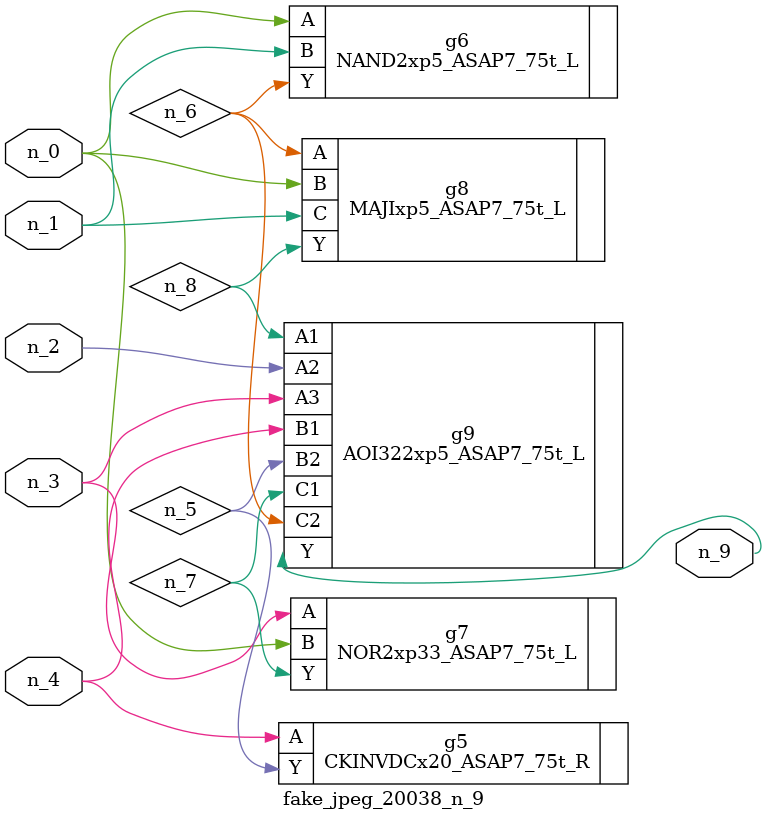
<source format=v>
module fake_jpeg_20038_n_9 (n_3, n_2, n_1, n_0, n_4, n_9);

input n_3;
input n_2;
input n_1;
input n_0;
input n_4;

output n_9;

wire n_8;
wire n_6;
wire n_5;
wire n_7;

CKINVDCx20_ASAP7_75t_R g5 ( 
.A(n_4),
.Y(n_5)
);

NAND2xp5_ASAP7_75t_L g6 ( 
.A(n_0),
.B(n_1),
.Y(n_6)
);

NOR2xp33_ASAP7_75t_L g7 ( 
.A(n_3),
.B(n_0),
.Y(n_7)
);

MAJIxp5_ASAP7_75t_L g8 ( 
.A(n_6),
.B(n_0),
.C(n_1),
.Y(n_8)
);

AOI322xp5_ASAP7_75t_L g9 ( 
.A1(n_8),
.A2(n_2),
.A3(n_3),
.B1(n_4),
.B2(n_5),
.C1(n_7),
.C2(n_6),
.Y(n_9)
);


endmodule
</source>
